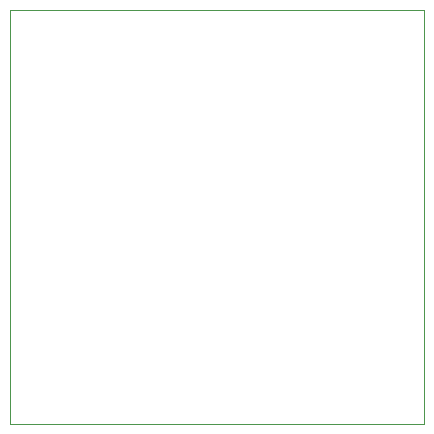
<source format=gbr>
%TF.GenerationSoftware,Altium Limited,Altium Designer,21.2.2 (38)*%
G04 Layer_Color=0*
%FSLAX45Y45*%
%MOMM*%
%TF.SameCoordinates,DC8D9031-FEEE-4EB9-A140-7D2FD38E5C7C*%
%TF.FilePolarity,Positive*%
%TF.FileFunction,Profile,NP*%
%TF.Part,Single*%
G01*
G75*
%TA.AperFunction,Profile*%
%ADD32C,0.02540*%
D32*
X0Y0D02*
Y3500000D01*
X3500000D01*
Y0D01*
X0D01*
%TF.MD5,e24f864805a8f114199e660895d93550*%
M02*

</source>
